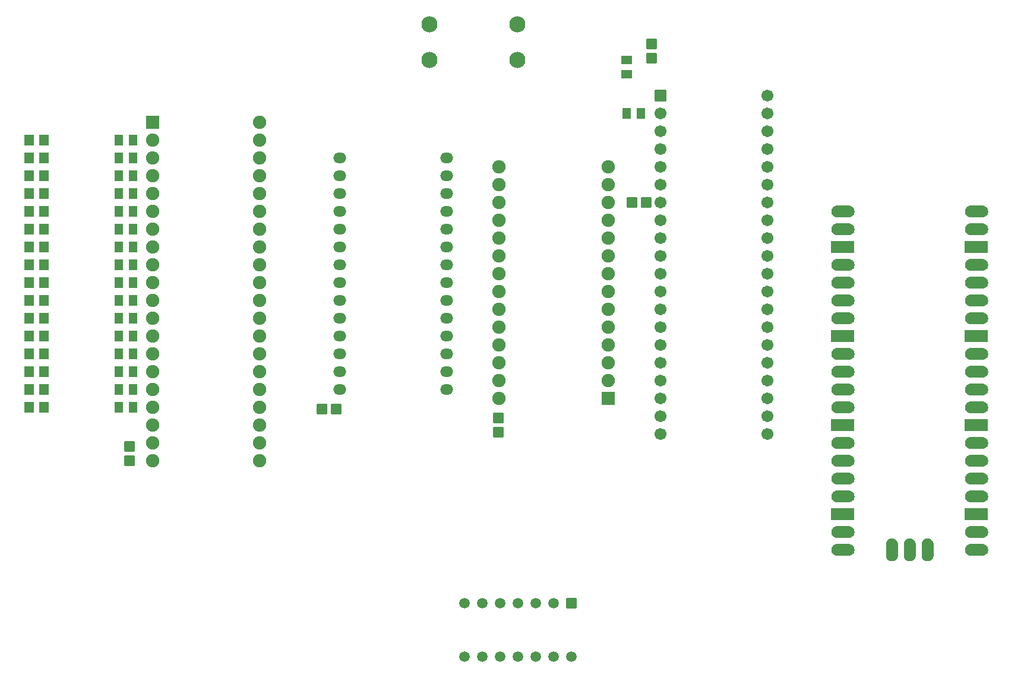
<source format=gts>
G04 Layer: TopSolderMaskLayer*
G04 EasyEDA v6.5.20, 2022-11-28 03:27:33*
G04 a67cddfb3fce44daa9051d46cbbcc19f,10*
G04 Gerber Generator version 0.2*
G04 Scale: 100 percent, Rotated: No, Reflected: No *
G04 Dimensions in inches *
G04 leading zeros omitted , absolute positions ,3 integer and 6 decimal *
%FSLAX36Y36*%
%MOIN*%

%AMMACRO1*1,1,$1,$2,$3*1,1,$1,$4,$5*1,1,$1,0-$2,0-$3*1,1,$1,0-$4,0-$5*20,1,$1,$2,$3,$4,$5,0*20,1,$1,$4,$5,0-$2,0-$3,0*20,1,$1,0-$2,0-$3,0-$4,0-$5,0*20,1,$1,0-$4,0-$5,$2,$3,0*4,1,4,$2,$3,$4,$5,0-$2,0-$3,0-$4,0-$5,$2,$3,0*%
%AMMACRO2*4,1,4,-0.065,-0.0335,-0.065,0.0335,0.065,0.0335,0.065,-0.0335,-0.065,-0.0335,0*%
%ADD10MACRO1,0.004X-0.0278X-0.0266X-0.0278X0.0266*%
%ADD11MACRO1,0.004X0.0278X-0.0266X0.0278X0.0266*%
%ADD12MACRO1,0.004X0.0278X0.0266X0.0278X-0.0266*%
%ADD13MACRO1,0.004X-0.0278X0.0266X-0.0278X-0.0266*%
%ADD14MACRO1,0.004X0.0266X-0.0278X-0.0266X-0.0278*%
%ADD15MACRO1,0.004X0.0266X0.0278X-0.0266X0.0278*%
%ADD16C,0.0906*%
%ADD17MACRO1,0.004X0.0256X-0.0276X-0.0256X-0.0276*%
%ADD18MACRO1,0.004X0.0223X0.0271X0.0223X-0.0271*%
%ADD19MACRO1,0.004X-0.0223X0.0271X-0.0223X-0.0271*%
%ADD20MACRO2*%
%ADD21MACRO1,0.004X0.0271X-0.0223X-0.0271X-0.0223*%
%ADD22MACRO1,0.004X0.0271X0.0223X-0.0271X0.0223*%
%ADD23MACRO1,0.004X0.0275X-0.0275X-0.0275X-0.0275*%
%ADD24C,0.0590*%
%ADD25C,0.0670*%
%ADD26MACRO1,0.004X0.0315X0.0315X0.0315X-0.0315*%
%ADD27O,0.072898X0.059118000000000004*%
%ADD28C,0.0749*%
%ADD29MACRO1,0.004X-0.0354X-0.0354X-0.0354X0.0354*%
%ADD30MACRO1,0.004X0.0354X0.0354X0.0354X-0.0354*%
%ADD31C,0.0192*%

%LPD*%
D10*
G01*
X3919371Y2700000D03*
D11*
G01*
X3840628Y2700000D03*
D12*
G01*
X2100628Y1540000D03*
D13*
G01*
X2179371Y1540000D03*
D14*
G01*
X3090000Y1489371D03*
D15*
G01*
X3090000Y1410628D03*
D14*
G01*
X1020000Y1329371D03*
D15*
G01*
X1020000Y1250628D03*
D16*
G01*
X3196099Y3500000D03*
G01*
X2703900Y3500000D03*
G01*
X3196099Y3700000D03*
G01*
X2703900Y3700000D03*
D17*
G01*
X541349Y2650000D03*
G01*
X458650Y2650000D03*
G01*
X541349Y2550000D03*
G01*
X458650Y2550000D03*
G01*
X541349Y2450000D03*
G01*
X458650Y2450000D03*
G01*
X541349Y2350000D03*
G01*
X458650Y2350000D03*
G01*
X541349Y2250000D03*
G01*
X458650Y2250000D03*
G01*
X541349Y2150000D03*
G01*
X458650Y2150000D03*
G01*
X541349Y2050000D03*
G01*
X458650Y2050000D03*
G01*
X541349Y1950000D03*
G01*
X458650Y1950000D03*
G01*
X541349Y1850000D03*
G01*
X458650Y1850000D03*
G01*
X541349Y1750000D03*
G01*
X458650Y1750000D03*
G01*
X541349Y1650000D03*
G01*
X458650Y1650000D03*
G01*
X541349Y1550000D03*
G01*
X458650Y1550000D03*
D18*
G01*
X960628Y2650000D03*
D19*
G01*
X1039371Y2650000D03*
D18*
G01*
X960628Y2550000D03*
D19*
G01*
X1039371Y2550000D03*
D18*
G01*
X960628Y2450000D03*
D19*
G01*
X1039371Y2450000D03*
D18*
G01*
X960628Y2350000D03*
D19*
G01*
X1039371Y2350000D03*
D18*
G01*
X960628Y2250000D03*
D19*
G01*
X1039371Y2250000D03*
D18*
G01*
X960628Y2150000D03*
D19*
G01*
X1039371Y2150000D03*
D18*
G01*
X960628Y2050000D03*
D19*
G01*
X1039371Y2050000D03*
D18*
G01*
X960628Y1950000D03*
D19*
G01*
X1039371Y1950000D03*
D18*
G01*
X960628Y1850000D03*
D19*
G01*
X1039371Y1850000D03*
D18*
G01*
X960628Y1750000D03*
D19*
G01*
X1039371Y1750000D03*
D18*
G01*
X960628Y1650000D03*
D19*
G01*
X1039371Y1650000D03*
D18*
G01*
X960628Y1550000D03*
D19*
G01*
X1039371Y1550000D03*
G36*
X5743400Y2616500D02*
G01*
X5739499Y2616700D01*
X5735500Y2617500D01*
X5731599Y2618699D01*
X5727900Y2620300D01*
X5724499Y2622399D01*
X5721300Y2624899D01*
X5718400Y2627800D01*
X5715900Y2630999D01*
X5713800Y2634400D01*
X5712200Y2638099D01*
X5711000Y2641999D01*
X5710299Y2645999D01*
X5710000Y2650000D01*
X5710299Y2654000D01*
X5711000Y2658000D01*
X5712200Y2661900D01*
X5713800Y2665599D01*
X5715900Y2669000D01*
X5718400Y2672199D01*
X5721300Y2675100D01*
X5724499Y2677600D01*
X5727900Y2679699D01*
X5731599Y2681300D01*
X5735500Y2682500D01*
X5739499Y2683200D01*
X5743400Y2683499D01*
X5806599Y2683499D01*
X5810500Y2683200D01*
X5814499Y2682500D01*
X5818400Y2681300D01*
X5822100Y2679699D01*
X5825500Y2677600D01*
X5828699Y2675100D01*
X5831599Y2672199D01*
X5834099Y2669000D01*
X5836199Y2665599D01*
X5837799Y2661900D01*
X5838999Y2658000D01*
X5839700Y2654000D01*
X5840000Y2650000D01*
X5839700Y2645999D01*
X5838999Y2641999D01*
X5837799Y2638099D01*
X5836199Y2634400D01*
X5834099Y2630999D01*
X5831599Y2627800D01*
X5828699Y2624899D01*
X5825500Y2622399D01*
X5822100Y2620300D01*
X5818400Y2618699D01*
X5814499Y2617500D01*
X5810500Y2616700D01*
X5806599Y2616500D01*
G37*
G36*
X5743400Y2516500D02*
G01*
X5739499Y2516700D01*
X5735500Y2517500D01*
X5731599Y2518699D01*
X5727900Y2520300D01*
X5724499Y2522399D01*
X5721300Y2524899D01*
X5718400Y2527800D01*
X5715900Y2530999D01*
X5713800Y2534400D01*
X5712200Y2538099D01*
X5711000Y2541999D01*
X5710299Y2545999D01*
X5710000Y2550000D01*
X5710299Y2554000D01*
X5711000Y2558000D01*
X5712200Y2561900D01*
X5713800Y2565599D01*
X5715900Y2569000D01*
X5718400Y2572199D01*
X5721300Y2575100D01*
X5724499Y2577600D01*
X5727900Y2579699D01*
X5731599Y2581300D01*
X5735500Y2582500D01*
X5739499Y2583200D01*
X5743400Y2583499D01*
X5806599Y2583499D01*
X5810500Y2583200D01*
X5814499Y2582500D01*
X5818400Y2581300D01*
X5822100Y2579699D01*
X5825500Y2577600D01*
X5828699Y2575100D01*
X5831599Y2572199D01*
X5834099Y2569000D01*
X5836199Y2565599D01*
X5837799Y2561900D01*
X5838999Y2558000D01*
X5839700Y2554000D01*
X5840000Y2550000D01*
X5839700Y2545999D01*
X5838999Y2541999D01*
X5837799Y2538099D01*
X5836199Y2534400D01*
X5834099Y2530999D01*
X5831599Y2527800D01*
X5828699Y2524899D01*
X5825500Y2522399D01*
X5822100Y2520300D01*
X5818400Y2518699D01*
X5814499Y2517500D01*
X5810500Y2516700D01*
X5806599Y2516500D01*
G37*
D20*
G01*
X5775000Y2450000D03*
G36*
X5743400Y2316500D02*
G01*
X5739499Y2316700D01*
X5735500Y2317500D01*
X5731599Y2318699D01*
X5727900Y2320300D01*
X5724499Y2322399D01*
X5721300Y2324899D01*
X5718400Y2327800D01*
X5715900Y2330999D01*
X5713800Y2334400D01*
X5712200Y2338099D01*
X5711000Y2341999D01*
X5710299Y2345999D01*
X5710000Y2350000D01*
X5710299Y2354000D01*
X5711000Y2358000D01*
X5712200Y2361900D01*
X5713800Y2365599D01*
X5715900Y2369000D01*
X5718400Y2372199D01*
X5721300Y2375100D01*
X5724499Y2377600D01*
X5727900Y2379699D01*
X5731599Y2381300D01*
X5735500Y2382500D01*
X5739499Y2383299D01*
X5743400Y2383499D01*
X5806599Y2383499D01*
X5810500Y2383299D01*
X5814499Y2382500D01*
X5818400Y2381300D01*
X5822100Y2379699D01*
X5825500Y2377600D01*
X5828699Y2375100D01*
X5831599Y2372199D01*
X5834099Y2369000D01*
X5836199Y2365599D01*
X5837799Y2361900D01*
X5838999Y2358000D01*
X5839700Y2354000D01*
X5840000Y2350000D01*
X5839700Y2345999D01*
X5838999Y2341999D01*
X5837799Y2338099D01*
X5836199Y2334400D01*
X5834099Y2330999D01*
X5831599Y2327800D01*
X5828699Y2324899D01*
X5825500Y2322399D01*
X5822100Y2320300D01*
X5818400Y2318699D01*
X5814499Y2317500D01*
X5810500Y2316700D01*
X5806599Y2316500D01*
G37*
G36*
X5743400Y2216500D02*
G01*
X5739499Y2216700D01*
X5735500Y2217500D01*
X5731599Y2218699D01*
X5727900Y2220300D01*
X5724499Y2222399D01*
X5721300Y2224899D01*
X5718400Y2227800D01*
X5715900Y2230999D01*
X5713800Y2234400D01*
X5712200Y2238099D01*
X5711000Y2241999D01*
X5710299Y2245999D01*
X5710000Y2250000D01*
X5710299Y2254000D01*
X5711000Y2258000D01*
X5712200Y2261900D01*
X5713800Y2265599D01*
X5715900Y2269000D01*
X5718400Y2272199D01*
X5721300Y2275100D01*
X5724499Y2277600D01*
X5727900Y2279699D01*
X5731599Y2281300D01*
X5735500Y2282500D01*
X5739499Y2283299D01*
X5743400Y2283499D01*
X5806599Y2283499D01*
X5810500Y2283299D01*
X5814499Y2282500D01*
X5818400Y2281300D01*
X5822100Y2279699D01*
X5825500Y2277600D01*
X5828699Y2275100D01*
X5831599Y2272199D01*
X5834099Y2269000D01*
X5836199Y2265599D01*
X5837799Y2261900D01*
X5838999Y2258000D01*
X5839700Y2254000D01*
X5840000Y2250000D01*
X5839700Y2245999D01*
X5838999Y2241999D01*
X5837799Y2238099D01*
X5836199Y2234400D01*
X5834099Y2230999D01*
X5831599Y2227800D01*
X5828699Y2224899D01*
X5825500Y2222399D01*
X5822100Y2220300D01*
X5818400Y2218699D01*
X5814499Y2217500D01*
X5810500Y2216700D01*
X5806599Y2216500D01*
G37*
G36*
X5743400Y2116500D02*
G01*
X5739499Y2116700D01*
X5735500Y2117500D01*
X5731599Y2118699D01*
X5727900Y2120300D01*
X5724499Y2122399D01*
X5721300Y2124899D01*
X5718400Y2127800D01*
X5715900Y2130999D01*
X5713800Y2134400D01*
X5712200Y2138099D01*
X5711000Y2141999D01*
X5710299Y2145999D01*
X5710000Y2150000D01*
X5710299Y2154000D01*
X5711000Y2158000D01*
X5712200Y2161900D01*
X5713800Y2165599D01*
X5715900Y2169000D01*
X5718400Y2172199D01*
X5721300Y2175100D01*
X5724499Y2177600D01*
X5727900Y2179699D01*
X5731599Y2181300D01*
X5735500Y2182500D01*
X5739499Y2183299D01*
X5743400Y2183499D01*
X5806599Y2183499D01*
X5810500Y2183299D01*
X5814499Y2182500D01*
X5818400Y2181300D01*
X5822100Y2179699D01*
X5825500Y2177600D01*
X5828699Y2175100D01*
X5831599Y2172199D01*
X5834099Y2169000D01*
X5836199Y2165599D01*
X5837799Y2161900D01*
X5838999Y2158000D01*
X5839700Y2154000D01*
X5840000Y2150000D01*
X5839700Y2145999D01*
X5838999Y2141999D01*
X5837799Y2138099D01*
X5836199Y2134400D01*
X5834099Y2130999D01*
X5831599Y2127800D01*
X5828699Y2124899D01*
X5825500Y2122399D01*
X5822100Y2120300D01*
X5818400Y2118699D01*
X5814499Y2117500D01*
X5810500Y2116700D01*
X5806599Y2116500D01*
G37*
G36*
X5743400Y2016500D02*
G01*
X5739499Y2016700D01*
X5735500Y2017500D01*
X5731599Y2018699D01*
X5727900Y2020300D01*
X5724499Y2022399D01*
X5721300Y2024899D01*
X5718400Y2027800D01*
X5715900Y2030999D01*
X5713800Y2034400D01*
X5712200Y2038099D01*
X5711000Y2041999D01*
X5710299Y2045999D01*
X5710000Y2050000D01*
X5710299Y2054000D01*
X5711000Y2058000D01*
X5712200Y2061900D01*
X5713800Y2065599D01*
X5715900Y2069000D01*
X5718400Y2072199D01*
X5721300Y2075100D01*
X5724499Y2077600D01*
X5727900Y2079699D01*
X5731599Y2081300D01*
X5735500Y2082500D01*
X5739499Y2083299D01*
X5743400Y2083499D01*
X5806599Y2083499D01*
X5810500Y2083299D01*
X5814499Y2082500D01*
X5818400Y2081300D01*
X5822100Y2079699D01*
X5825500Y2077600D01*
X5828699Y2075100D01*
X5831599Y2072199D01*
X5834099Y2069000D01*
X5836199Y2065599D01*
X5837799Y2061900D01*
X5838999Y2058000D01*
X5839700Y2054000D01*
X5840000Y2050000D01*
X5839700Y2045999D01*
X5838999Y2041999D01*
X5837799Y2038099D01*
X5836199Y2034400D01*
X5834099Y2030999D01*
X5831599Y2027800D01*
X5828699Y2024899D01*
X5825500Y2022399D01*
X5822100Y2020300D01*
X5818400Y2018699D01*
X5814499Y2017500D01*
X5810500Y2016700D01*
X5806599Y2016500D01*
G37*
G01*
X5775000Y1950000D03*
G36*
X5743400Y1816500D02*
G01*
X5739499Y1816700D01*
X5735500Y1817500D01*
X5731599Y1818699D01*
X5727900Y1820300D01*
X5724499Y1822399D01*
X5721300Y1824899D01*
X5718400Y1827800D01*
X5715900Y1830999D01*
X5713800Y1834400D01*
X5712200Y1838099D01*
X5711000Y1841999D01*
X5710299Y1845999D01*
X5710000Y1850000D01*
X5710299Y1854000D01*
X5711000Y1858000D01*
X5712200Y1861900D01*
X5713800Y1865599D01*
X5715900Y1869000D01*
X5718400Y1872199D01*
X5721300Y1875100D01*
X5724499Y1877600D01*
X5727900Y1879699D01*
X5731599Y1881300D01*
X5735500Y1882500D01*
X5739499Y1883299D01*
X5743400Y1883499D01*
X5806599Y1883499D01*
X5810500Y1883299D01*
X5814499Y1882500D01*
X5818400Y1881300D01*
X5822100Y1879699D01*
X5825500Y1877600D01*
X5828699Y1875100D01*
X5831599Y1872199D01*
X5834099Y1869000D01*
X5836199Y1865599D01*
X5837799Y1861900D01*
X5838999Y1858000D01*
X5839700Y1854000D01*
X5840000Y1850000D01*
X5839700Y1845999D01*
X5838999Y1841999D01*
X5837799Y1838099D01*
X5836199Y1834400D01*
X5834099Y1830999D01*
X5831599Y1827800D01*
X5828699Y1824899D01*
X5825500Y1822399D01*
X5822100Y1820300D01*
X5818400Y1818699D01*
X5814499Y1817500D01*
X5810500Y1816700D01*
X5806599Y1816500D01*
G37*
G36*
X5743400Y1716500D02*
G01*
X5739499Y1716700D01*
X5735500Y1717500D01*
X5731599Y1718699D01*
X5727900Y1720300D01*
X5724499Y1722399D01*
X5721300Y1724899D01*
X5718400Y1727800D01*
X5715900Y1730999D01*
X5713800Y1734400D01*
X5712200Y1738099D01*
X5711000Y1741999D01*
X5710299Y1745999D01*
X5710000Y1750000D01*
X5710299Y1754000D01*
X5711000Y1758000D01*
X5712200Y1761900D01*
X5713800Y1765599D01*
X5715900Y1769000D01*
X5718400Y1772199D01*
X5721300Y1775100D01*
X5724499Y1777600D01*
X5727900Y1779699D01*
X5731599Y1781300D01*
X5735500Y1782500D01*
X5739499Y1783299D01*
X5743400Y1783499D01*
X5806599Y1783499D01*
X5810500Y1783299D01*
X5814499Y1782500D01*
X5818400Y1781300D01*
X5822100Y1779699D01*
X5825500Y1777600D01*
X5828699Y1775100D01*
X5831599Y1772199D01*
X5834099Y1769000D01*
X5836199Y1765599D01*
X5837799Y1761900D01*
X5838999Y1758000D01*
X5839700Y1754000D01*
X5840000Y1750000D01*
X5839700Y1745999D01*
X5838999Y1741999D01*
X5837799Y1738099D01*
X5836199Y1734400D01*
X5834099Y1730999D01*
X5831599Y1727800D01*
X5828699Y1724899D01*
X5825500Y1722399D01*
X5822100Y1720300D01*
X5818400Y1718699D01*
X5814499Y1717500D01*
X5810500Y1716700D01*
X5806599Y1716500D01*
G37*
G36*
X5743400Y1616500D02*
G01*
X5739499Y1616700D01*
X5735500Y1617500D01*
X5731599Y1618699D01*
X5727900Y1620300D01*
X5724499Y1622399D01*
X5721300Y1624899D01*
X5718400Y1627800D01*
X5715900Y1630999D01*
X5713800Y1634400D01*
X5712200Y1638099D01*
X5711000Y1641999D01*
X5710299Y1645999D01*
X5710000Y1650000D01*
X5710299Y1654000D01*
X5711000Y1658000D01*
X5712200Y1661900D01*
X5713800Y1665599D01*
X5715900Y1669000D01*
X5718400Y1672199D01*
X5721300Y1675100D01*
X5724499Y1677600D01*
X5727900Y1679699D01*
X5731599Y1681300D01*
X5735500Y1682500D01*
X5739499Y1683299D01*
X5743400Y1683499D01*
X5806599Y1683499D01*
X5810500Y1683299D01*
X5814499Y1682500D01*
X5818400Y1681300D01*
X5822100Y1679699D01*
X5825500Y1677600D01*
X5828699Y1675100D01*
X5831599Y1672199D01*
X5834099Y1669000D01*
X5836199Y1665599D01*
X5837799Y1661900D01*
X5838999Y1658000D01*
X5839700Y1654000D01*
X5840000Y1650000D01*
X5839700Y1645999D01*
X5838999Y1641999D01*
X5837799Y1638099D01*
X5836199Y1634400D01*
X5834099Y1630999D01*
X5831599Y1627800D01*
X5828699Y1624899D01*
X5825500Y1622399D01*
X5822100Y1620300D01*
X5818400Y1618699D01*
X5814499Y1617500D01*
X5810500Y1616700D01*
X5806599Y1616500D01*
G37*
G36*
X5743400Y1516500D02*
G01*
X5739499Y1516700D01*
X5735500Y1517500D01*
X5731599Y1518699D01*
X5727900Y1520300D01*
X5724499Y1522399D01*
X5721300Y1524899D01*
X5718400Y1527800D01*
X5715900Y1530999D01*
X5713800Y1534400D01*
X5712200Y1538099D01*
X5711000Y1541999D01*
X5710299Y1545999D01*
X5710000Y1550000D01*
X5710299Y1554000D01*
X5711000Y1558000D01*
X5712200Y1561900D01*
X5713800Y1565599D01*
X5715900Y1569000D01*
X5718400Y1572199D01*
X5721300Y1575100D01*
X5724499Y1577600D01*
X5727900Y1579699D01*
X5731599Y1581300D01*
X5735500Y1582500D01*
X5739499Y1583299D01*
X5743400Y1583499D01*
X5806599Y1583499D01*
X5810500Y1583299D01*
X5814499Y1582500D01*
X5818400Y1581300D01*
X5822100Y1579699D01*
X5825500Y1577600D01*
X5828699Y1575100D01*
X5831599Y1572199D01*
X5834099Y1569000D01*
X5836199Y1565599D01*
X5837799Y1561900D01*
X5838999Y1558000D01*
X5839700Y1554000D01*
X5840000Y1550000D01*
X5839700Y1545999D01*
X5838999Y1541999D01*
X5837799Y1538099D01*
X5836199Y1534400D01*
X5834099Y1530999D01*
X5831599Y1527800D01*
X5828699Y1524899D01*
X5825500Y1522399D01*
X5822100Y1520300D01*
X5818400Y1518699D01*
X5814499Y1517500D01*
X5810500Y1516700D01*
X5806599Y1516500D01*
G37*
G01*
X5775000Y1450000D03*
G36*
X5743400Y1316500D02*
G01*
X5739499Y1316700D01*
X5735500Y1317500D01*
X5731599Y1318699D01*
X5727900Y1320300D01*
X5724499Y1322399D01*
X5721300Y1324899D01*
X5718400Y1327800D01*
X5715900Y1330999D01*
X5713800Y1334400D01*
X5712200Y1338099D01*
X5711000Y1341999D01*
X5710299Y1345999D01*
X5710000Y1350000D01*
X5710299Y1354000D01*
X5711000Y1358000D01*
X5712200Y1361900D01*
X5713800Y1365599D01*
X5715900Y1369000D01*
X5718400Y1372199D01*
X5721300Y1375100D01*
X5724499Y1377600D01*
X5727900Y1379699D01*
X5731599Y1381300D01*
X5735500Y1382500D01*
X5739499Y1383299D01*
X5743400Y1383499D01*
X5806599Y1383499D01*
X5810500Y1383299D01*
X5814499Y1382500D01*
X5818400Y1381300D01*
X5822100Y1379699D01*
X5825500Y1377600D01*
X5828699Y1375100D01*
X5831599Y1372199D01*
X5834099Y1369000D01*
X5836199Y1365599D01*
X5837799Y1361900D01*
X5838999Y1358000D01*
X5839700Y1354000D01*
X5840000Y1350000D01*
X5839700Y1345999D01*
X5838999Y1341999D01*
X5837799Y1338099D01*
X5836199Y1334400D01*
X5834099Y1330999D01*
X5831599Y1327800D01*
X5828699Y1324899D01*
X5825500Y1322399D01*
X5822100Y1320300D01*
X5818400Y1318699D01*
X5814499Y1317500D01*
X5810500Y1316700D01*
X5806599Y1316500D01*
G37*
G36*
X5743400Y1216500D02*
G01*
X5739499Y1216700D01*
X5735500Y1217500D01*
X5731599Y1218699D01*
X5727900Y1220300D01*
X5724499Y1222399D01*
X5721300Y1224899D01*
X5718400Y1227800D01*
X5715900Y1230999D01*
X5713800Y1234400D01*
X5712200Y1238099D01*
X5711000Y1241999D01*
X5710299Y1245999D01*
X5710000Y1250000D01*
X5710299Y1254000D01*
X5711000Y1258000D01*
X5712200Y1261900D01*
X5713800Y1265599D01*
X5715900Y1269000D01*
X5718400Y1272199D01*
X5721300Y1275100D01*
X5724499Y1277600D01*
X5727900Y1279699D01*
X5731599Y1281300D01*
X5735500Y1282500D01*
X5739499Y1283299D01*
X5743400Y1283499D01*
X5806599Y1283499D01*
X5810500Y1283299D01*
X5814499Y1282500D01*
X5818400Y1281300D01*
X5822100Y1279699D01*
X5825500Y1277600D01*
X5828699Y1275100D01*
X5831599Y1272199D01*
X5834099Y1269000D01*
X5836199Y1265599D01*
X5837799Y1261900D01*
X5838999Y1258000D01*
X5839700Y1254000D01*
X5840000Y1250000D01*
X5839700Y1245999D01*
X5838999Y1241999D01*
X5837799Y1238099D01*
X5836199Y1234400D01*
X5834099Y1230999D01*
X5831599Y1227800D01*
X5828699Y1224899D01*
X5825500Y1222399D01*
X5822100Y1220300D01*
X5818400Y1218699D01*
X5814499Y1217500D01*
X5810500Y1216700D01*
X5806599Y1216500D01*
G37*
G36*
X5743400Y1116500D02*
G01*
X5739499Y1116700D01*
X5735500Y1117500D01*
X5731599Y1118699D01*
X5727900Y1120300D01*
X5724499Y1122399D01*
X5721300Y1124899D01*
X5718400Y1127800D01*
X5715900Y1130999D01*
X5713800Y1134400D01*
X5712200Y1138099D01*
X5711000Y1141999D01*
X5710299Y1145999D01*
X5710000Y1150000D01*
X5710299Y1154000D01*
X5711000Y1158000D01*
X5712200Y1161900D01*
X5713800Y1165599D01*
X5715900Y1169000D01*
X5718400Y1172199D01*
X5721300Y1175100D01*
X5724499Y1177600D01*
X5727900Y1179699D01*
X5731599Y1181300D01*
X5735500Y1182500D01*
X5739499Y1183299D01*
X5743400Y1183499D01*
X5806599Y1183499D01*
X5810500Y1183299D01*
X5814499Y1182500D01*
X5818400Y1181300D01*
X5822100Y1179699D01*
X5825500Y1177600D01*
X5828699Y1175100D01*
X5831599Y1172199D01*
X5834099Y1169000D01*
X5836199Y1165599D01*
X5837799Y1161900D01*
X5838999Y1158000D01*
X5839700Y1154000D01*
X5840000Y1150000D01*
X5839700Y1145999D01*
X5838999Y1141999D01*
X5837799Y1138099D01*
X5836199Y1134400D01*
X5834099Y1130999D01*
X5831599Y1127800D01*
X5828699Y1124899D01*
X5825500Y1122399D01*
X5822100Y1120300D01*
X5818400Y1118699D01*
X5814499Y1117500D01*
X5810500Y1116700D01*
X5806599Y1116500D01*
G37*
G36*
X5743400Y1016500D02*
G01*
X5739499Y1016700D01*
X5735500Y1017500D01*
X5731599Y1018699D01*
X5727900Y1020300D01*
X5724499Y1022399D01*
X5721300Y1024899D01*
X5718400Y1027800D01*
X5715900Y1030999D01*
X5713800Y1034400D01*
X5712200Y1038099D01*
X5711000Y1041999D01*
X5710299Y1045999D01*
X5710000Y1050000D01*
X5710299Y1054000D01*
X5711000Y1058000D01*
X5712200Y1061900D01*
X5713800Y1065599D01*
X5715900Y1069000D01*
X5718400Y1072199D01*
X5721300Y1075100D01*
X5724499Y1077600D01*
X5727900Y1079699D01*
X5731599Y1081300D01*
X5735500Y1082500D01*
X5739499Y1083299D01*
X5743400Y1083499D01*
X5806599Y1083499D01*
X5810500Y1083299D01*
X5814499Y1082500D01*
X5818400Y1081300D01*
X5822100Y1079699D01*
X5825500Y1077600D01*
X5828699Y1075100D01*
X5831599Y1072199D01*
X5834099Y1069000D01*
X5836199Y1065599D01*
X5837799Y1061900D01*
X5838999Y1058000D01*
X5839700Y1054000D01*
X5840000Y1050000D01*
X5839700Y1045999D01*
X5838999Y1041999D01*
X5837799Y1038099D01*
X5836199Y1034400D01*
X5834099Y1030999D01*
X5831599Y1027800D01*
X5828699Y1024899D01*
X5825500Y1022399D01*
X5822100Y1020300D01*
X5818400Y1018699D01*
X5814499Y1017500D01*
X5810500Y1016700D01*
X5806599Y1016500D01*
G37*
G01*
X5775000Y950000D03*
G36*
X5743400Y816500D02*
G01*
X5739499Y816799D01*
X5735500Y817500D01*
X5731599Y818699D01*
X5727900Y820300D01*
X5724499Y822399D01*
X5721300Y824899D01*
X5718400Y827800D01*
X5715900Y830999D01*
X5713800Y834400D01*
X5712200Y838099D01*
X5711000Y841999D01*
X5710299Y845999D01*
X5710000Y850000D01*
X5710299Y854000D01*
X5711000Y858000D01*
X5712200Y861900D01*
X5713800Y865599D01*
X5715900Y869000D01*
X5718400Y872199D01*
X5721300Y875100D01*
X5724499Y877600D01*
X5727900Y879699D01*
X5731599Y881300D01*
X5735500Y882500D01*
X5739499Y883299D01*
X5743400Y883499D01*
X5806599Y883499D01*
X5810500Y883299D01*
X5814499Y882500D01*
X5818400Y881300D01*
X5822100Y879699D01*
X5825500Y877600D01*
X5828699Y875100D01*
X5831599Y872199D01*
X5834099Y869000D01*
X5836199Y865599D01*
X5837799Y861900D01*
X5838999Y858000D01*
X5839700Y854000D01*
X5840000Y850000D01*
X5839700Y845999D01*
X5838999Y841999D01*
X5837799Y838099D01*
X5836199Y834400D01*
X5834099Y830999D01*
X5831599Y827800D01*
X5828699Y824899D01*
X5825500Y822399D01*
X5822100Y820300D01*
X5818400Y818699D01*
X5814499Y817500D01*
X5810500Y816799D01*
X5806599Y816500D01*
G37*
G36*
X5743400Y716500D02*
G01*
X5739499Y716799D01*
X5735500Y717500D01*
X5731599Y718699D01*
X5727900Y720300D01*
X5724499Y722399D01*
X5721300Y724899D01*
X5718400Y727800D01*
X5715900Y730999D01*
X5713800Y734400D01*
X5712200Y738099D01*
X5711000Y741999D01*
X5710299Y745999D01*
X5710000Y750000D01*
X5710299Y754000D01*
X5711000Y758000D01*
X5712200Y761900D01*
X5713800Y765599D01*
X5715900Y769000D01*
X5718400Y772199D01*
X5721300Y775100D01*
X5724499Y777600D01*
X5727900Y779699D01*
X5731599Y781300D01*
X5735500Y782500D01*
X5739499Y783299D01*
X5743400Y783499D01*
X5806599Y783499D01*
X5810500Y783299D01*
X5814499Y782500D01*
X5818400Y781300D01*
X5822100Y779699D01*
X5825500Y777600D01*
X5828699Y775100D01*
X5831599Y772199D01*
X5834099Y769000D01*
X5836199Y765599D01*
X5837799Y761900D01*
X5838999Y758000D01*
X5839700Y754000D01*
X5840000Y750000D01*
X5839700Y745999D01*
X5838999Y741999D01*
X5837799Y738099D01*
X5836199Y734400D01*
X5834099Y730999D01*
X5831599Y727800D01*
X5828699Y724899D01*
X5825500Y722399D01*
X5822100Y720300D01*
X5818400Y718699D01*
X5814499Y717500D01*
X5810500Y716799D01*
X5806599Y716500D01*
G37*
G36*
X4993400Y716500D02*
G01*
X4989499Y716799D01*
X4985500Y717500D01*
X4981599Y718699D01*
X4977900Y720300D01*
X4974499Y722399D01*
X4971300Y724899D01*
X4968400Y727800D01*
X4965900Y730999D01*
X4963800Y734400D01*
X4962200Y738099D01*
X4961000Y741999D01*
X4960299Y745999D01*
X4960000Y750000D01*
X4960299Y754000D01*
X4961000Y758000D01*
X4962200Y761900D01*
X4963800Y765599D01*
X4965900Y769000D01*
X4968400Y772199D01*
X4971300Y775100D01*
X4974499Y777600D01*
X4977900Y779699D01*
X4981599Y781300D01*
X4985500Y782500D01*
X4989499Y783299D01*
X4993400Y783499D01*
X5056599Y783499D01*
X5060500Y783299D01*
X5064499Y782500D01*
X5068400Y781300D01*
X5072100Y779699D01*
X5075500Y777600D01*
X5078699Y775100D01*
X5081599Y772199D01*
X5084099Y769000D01*
X5086199Y765599D01*
X5087799Y761900D01*
X5088999Y758000D01*
X5089700Y754000D01*
X5090000Y750000D01*
X5089700Y745999D01*
X5088999Y741999D01*
X5087799Y738099D01*
X5086199Y734400D01*
X5084099Y730999D01*
X5081599Y727800D01*
X5078699Y724899D01*
X5075500Y722399D01*
X5072100Y720300D01*
X5068400Y718699D01*
X5064499Y717500D01*
X5060500Y716799D01*
X5056599Y716500D01*
G37*
G36*
X4993400Y816500D02*
G01*
X4989499Y816799D01*
X4985500Y817500D01*
X4981599Y818699D01*
X4977900Y820300D01*
X4974499Y822399D01*
X4971300Y824899D01*
X4968400Y827800D01*
X4965900Y830999D01*
X4963800Y834400D01*
X4962200Y838099D01*
X4961000Y841999D01*
X4960299Y845999D01*
X4960000Y850000D01*
X4960299Y854000D01*
X4961000Y858000D01*
X4962200Y861900D01*
X4963800Y865599D01*
X4965900Y869000D01*
X4968400Y872199D01*
X4971300Y875100D01*
X4974499Y877600D01*
X4977900Y879699D01*
X4981599Y881300D01*
X4985500Y882500D01*
X4989499Y883299D01*
X4993400Y883499D01*
X5056599Y883499D01*
X5060500Y883299D01*
X5064499Y882500D01*
X5068400Y881300D01*
X5072100Y879699D01*
X5075500Y877600D01*
X5078699Y875100D01*
X5081599Y872199D01*
X5084099Y869000D01*
X5086199Y865599D01*
X5087799Y861900D01*
X5088999Y858000D01*
X5089700Y854000D01*
X5090000Y850000D01*
X5089700Y845999D01*
X5088999Y841999D01*
X5087799Y838099D01*
X5086199Y834400D01*
X5084099Y830999D01*
X5081599Y827800D01*
X5078699Y824899D01*
X5075500Y822399D01*
X5072100Y820300D01*
X5068400Y818699D01*
X5064499Y817500D01*
X5060500Y816799D01*
X5056599Y816500D01*
G37*
G01*
X5025000Y950000D03*
G36*
X4993400Y1016500D02*
G01*
X4989499Y1016700D01*
X4985500Y1017500D01*
X4981599Y1018699D01*
X4977900Y1020300D01*
X4974499Y1022399D01*
X4971300Y1024899D01*
X4968400Y1027800D01*
X4965900Y1030999D01*
X4963800Y1034400D01*
X4962200Y1038099D01*
X4961000Y1041999D01*
X4960299Y1045999D01*
X4960000Y1050000D01*
X4960299Y1054000D01*
X4961000Y1058000D01*
X4962200Y1061900D01*
X4963800Y1065599D01*
X4965900Y1069000D01*
X4968400Y1072199D01*
X4971300Y1075100D01*
X4974499Y1077600D01*
X4977900Y1079699D01*
X4981599Y1081300D01*
X4985500Y1082500D01*
X4989499Y1083299D01*
X4993400Y1083499D01*
X5056599Y1083499D01*
X5060500Y1083299D01*
X5064499Y1082500D01*
X5068400Y1081300D01*
X5072100Y1079699D01*
X5075500Y1077600D01*
X5078699Y1075100D01*
X5081599Y1072199D01*
X5084099Y1069000D01*
X5086199Y1065599D01*
X5087799Y1061900D01*
X5088999Y1058000D01*
X5089700Y1054000D01*
X5090000Y1050000D01*
X5089700Y1045999D01*
X5088999Y1041999D01*
X5087799Y1038099D01*
X5086199Y1034400D01*
X5084099Y1030999D01*
X5081599Y1027800D01*
X5078699Y1024899D01*
X5075500Y1022399D01*
X5072100Y1020300D01*
X5068400Y1018699D01*
X5064499Y1017500D01*
X5060500Y1016700D01*
X5056599Y1016500D01*
G37*
G36*
X4993400Y1116500D02*
G01*
X4989499Y1116700D01*
X4985500Y1117500D01*
X4981599Y1118699D01*
X4977900Y1120300D01*
X4974499Y1122399D01*
X4971300Y1124899D01*
X4968400Y1127800D01*
X4965900Y1130999D01*
X4963800Y1134400D01*
X4962200Y1138099D01*
X4961000Y1141999D01*
X4960299Y1145999D01*
X4960000Y1150000D01*
X4960299Y1154000D01*
X4961000Y1158000D01*
X4962200Y1161900D01*
X4963800Y1165599D01*
X4965900Y1169000D01*
X4968400Y1172199D01*
X4971300Y1175100D01*
X4974499Y1177600D01*
X4977900Y1179699D01*
X4981599Y1181300D01*
X4985500Y1182500D01*
X4989499Y1183299D01*
X4993400Y1183499D01*
X5056599Y1183499D01*
X5060500Y1183299D01*
X5064499Y1182500D01*
X5068400Y1181300D01*
X5072100Y1179699D01*
X5075500Y1177600D01*
X5078699Y1175100D01*
X5081599Y1172199D01*
X5084099Y1169000D01*
X5086199Y1165599D01*
X5087799Y1161900D01*
X5088999Y1158000D01*
X5089700Y1154000D01*
X5090000Y1150000D01*
X5089700Y1145999D01*
X5088999Y1141999D01*
X5087799Y1138099D01*
X5086199Y1134400D01*
X5084099Y1130999D01*
X5081599Y1127800D01*
X5078699Y1124899D01*
X5075500Y1122399D01*
X5072100Y1120300D01*
X5068400Y1118699D01*
X5064499Y1117500D01*
X5060500Y1116700D01*
X5056599Y1116500D01*
G37*
G36*
X4993400Y1216500D02*
G01*
X4989499Y1216700D01*
X4985500Y1217500D01*
X4981599Y1218699D01*
X4977900Y1220300D01*
X4974499Y1222399D01*
X4971300Y1224899D01*
X4968400Y1227800D01*
X4965900Y1230999D01*
X4963800Y1234400D01*
X4962200Y1238099D01*
X4961000Y1241999D01*
X4960299Y1245999D01*
X4960000Y1250000D01*
X4960299Y1254000D01*
X4961000Y1258000D01*
X4962200Y1261900D01*
X4963800Y1265599D01*
X4965900Y1269000D01*
X4968400Y1272199D01*
X4971300Y1275100D01*
X4974499Y1277600D01*
X4977900Y1279699D01*
X4981599Y1281300D01*
X4985500Y1282500D01*
X4989499Y1283299D01*
X4993400Y1283499D01*
X5056599Y1283499D01*
X5060500Y1283299D01*
X5064499Y1282500D01*
X5068400Y1281300D01*
X5072100Y1279699D01*
X5075500Y1277600D01*
X5078699Y1275100D01*
X5081599Y1272199D01*
X5084099Y1269000D01*
X5086199Y1265599D01*
X5087799Y1261900D01*
X5088999Y1258000D01*
X5089700Y1254000D01*
X5090000Y1250000D01*
X5089700Y1245999D01*
X5088999Y1241999D01*
X5087799Y1238099D01*
X5086199Y1234400D01*
X5084099Y1230999D01*
X5081599Y1227800D01*
X5078699Y1224899D01*
X5075500Y1222399D01*
X5072100Y1220300D01*
X5068400Y1218699D01*
X5064499Y1217500D01*
X5060500Y1216700D01*
X5056599Y1216500D01*
G37*
G36*
X4993400Y1316500D02*
G01*
X4989499Y1316700D01*
X4985500Y1317500D01*
X4981599Y1318699D01*
X4977900Y1320300D01*
X4974499Y1322399D01*
X4971300Y1324899D01*
X4968400Y1327800D01*
X4965900Y1330999D01*
X4963800Y1334400D01*
X4962200Y1338099D01*
X4961000Y1341999D01*
X4960299Y1345999D01*
X4960000Y1350000D01*
X4960299Y1354000D01*
X4961000Y1358000D01*
X4962200Y1361900D01*
X4963800Y1365599D01*
X4965900Y1369000D01*
X4968400Y1372199D01*
X4971300Y1375100D01*
X4974499Y1377600D01*
X4977900Y1379699D01*
X4981599Y1381300D01*
X4985500Y1382500D01*
X4989499Y1383299D01*
X4993400Y1383499D01*
X5056599Y1383499D01*
X5060500Y1383299D01*
X5064499Y1382500D01*
X5068400Y1381300D01*
X5072100Y1379699D01*
X5075500Y1377600D01*
X5078699Y1375100D01*
X5081599Y1372199D01*
X5084099Y1369000D01*
X5086199Y1365599D01*
X5087799Y1361900D01*
X5088999Y1358000D01*
X5089700Y1354000D01*
X5090000Y1350000D01*
X5089700Y1345999D01*
X5088999Y1341999D01*
X5087799Y1338099D01*
X5086199Y1334400D01*
X5084099Y1330999D01*
X5081599Y1327800D01*
X5078699Y1324899D01*
X5075500Y1322399D01*
X5072100Y1320300D01*
X5068400Y1318699D01*
X5064499Y1317500D01*
X5060500Y1316700D01*
X5056599Y1316500D01*
G37*
G01*
X5025000Y1450000D03*
G36*
X4993400Y1516500D02*
G01*
X4989499Y1516700D01*
X4985500Y1517500D01*
X4981599Y1518699D01*
X4977900Y1520300D01*
X4974499Y1522399D01*
X4971300Y1524899D01*
X4968400Y1527800D01*
X4965900Y1530999D01*
X4963800Y1534400D01*
X4962200Y1538099D01*
X4961000Y1541999D01*
X4960299Y1545999D01*
X4960000Y1550000D01*
X4960299Y1554000D01*
X4961000Y1558000D01*
X4962200Y1561900D01*
X4963800Y1565599D01*
X4965900Y1569000D01*
X4968400Y1572199D01*
X4971300Y1575100D01*
X4974499Y1577600D01*
X4977900Y1579699D01*
X4981599Y1581300D01*
X4985500Y1582500D01*
X4989499Y1583299D01*
X4993400Y1583499D01*
X5056599Y1583499D01*
X5060500Y1583299D01*
X5064499Y1582500D01*
X5068400Y1581300D01*
X5072100Y1579699D01*
X5075500Y1577600D01*
X5078699Y1575100D01*
X5081599Y1572199D01*
X5084099Y1569000D01*
X5086199Y1565599D01*
X5087799Y1561900D01*
X5088999Y1558000D01*
X5089700Y1554000D01*
X5090000Y1550000D01*
X5089700Y1545999D01*
X5088999Y1541999D01*
X5087799Y1538099D01*
X5086199Y1534400D01*
X5084099Y1530999D01*
X5081599Y1527800D01*
X5078699Y1524899D01*
X5075500Y1522399D01*
X5072100Y1520300D01*
X5068400Y1518699D01*
X5064499Y1517500D01*
X5060500Y1516700D01*
X5056599Y1516500D01*
G37*
G36*
X4993400Y1616500D02*
G01*
X4989499Y1616700D01*
X4985500Y1617500D01*
X4981599Y1618699D01*
X4977900Y1620300D01*
X4974499Y1622399D01*
X4971300Y1624899D01*
X4968400Y1627800D01*
X4965900Y1630999D01*
X4963800Y1634400D01*
X4962200Y1638099D01*
X4961000Y1641999D01*
X4960299Y1645999D01*
X4960000Y1650000D01*
X4960299Y1654000D01*
X4961000Y1658000D01*
X4962200Y1661900D01*
X4963800Y1665599D01*
X4965900Y1669000D01*
X4968400Y1672199D01*
X4971300Y1675100D01*
X4974499Y1677600D01*
X4977900Y1679699D01*
X4981599Y1681300D01*
X4985500Y1682500D01*
X4989499Y1683299D01*
X4993400Y1683499D01*
X5056599Y1683499D01*
X5060500Y1683299D01*
X5064499Y1682500D01*
X5068400Y1681300D01*
X5072100Y1679699D01*
X5075500Y1677600D01*
X5078699Y1675100D01*
X5081599Y1672199D01*
X5084099Y1669000D01*
X5086199Y1665599D01*
X5087799Y1661900D01*
X5088999Y1658000D01*
X5089700Y1654000D01*
X5090000Y1650000D01*
X5089700Y1645999D01*
X5088999Y1641999D01*
X5087799Y1638099D01*
X5086199Y1634400D01*
X5084099Y1630999D01*
X5081599Y1627800D01*
X5078699Y1624899D01*
X5075500Y1622399D01*
X5072100Y1620300D01*
X5068400Y1618699D01*
X5064499Y1617500D01*
X5060500Y1616700D01*
X5056599Y1616500D01*
G37*
G36*
X4993400Y1716500D02*
G01*
X4989499Y1716700D01*
X4985500Y1717500D01*
X4981599Y1718699D01*
X4977900Y1720300D01*
X4974499Y1722399D01*
X4971300Y1724899D01*
X4968400Y1727800D01*
X4965900Y1730999D01*
X4963800Y1734400D01*
X4962200Y1738099D01*
X4961000Y1741999D01*
X4960299Y1745999D01*
X4960000Y1750000D01*
X4960299Y1754000D01*
X4961000Y1758000D01*
X4962200Y1761900D01*
X4963800Y1765599D01*
X4965900Y1769000D01*
X4968400Y1772199D01*
X4971300Y1775100D01*
X4974499Y1777600D01*
X4977900Y1779699D01*
X4981599Y1781300D01*
X4985500Y1782500D01*
X4989499Y1783299D01*
X4993400Y1783499D01*
X5056599Y1783499D01*
X5060500Y1783299D01*
X5064499Y1782500D01*
X5068400Y1781300D01*
X5072100Y1779699D01*
X5075500Y1777600D01*
X5078699Y1775100D01*
X5081599Y1772199D01*
X5084099Y1769000D01*
X5086199Y1765599D01*
X5087799Y1761900D01*
X5088999Y1758000D01*
X5089700Y1754000D01*
X5090000Y1750000D01*
X5089700Y1745999D01*
X5088999Y1741999D01*
X5087799Y1738099D01*
X5086199Y1734400D01*
X5084099Y1730999D01*
X5081599Y1727800D01*
X5078699Y1724899D01*
X5075500Y1722399D01*
X5072100Y1720300D01*
X5068400Y1718699D01*
X5064499Y1717500D01*
X5060500Y1716700D01*
X5056599Y1716500D01*
G37*
G36*
X4993400Y1816500D02*
G01*
X4989499Y1816700D01*
X4985500Y1817500D01*
X4981599Y1818699D01*
X4977900Y1820300D01*
X4974499Y1822399D01*
X4971300Y1824899D01*
X4968400Y1827800D01*
X4965900Y1830999D01*
X4963800Y1834400D01*
X4962200Y1838099D01*
X4961000Y1841999D01*
X4960299Y1845999D01*
X4960000Y1850000D01*
X4960299Y1854000D01*
X4961000Y1858000D01*
X4962200Y1861900D01*
X4963800Y1865599D01*
X4965900Y1869000D01*
X4968400Y1872199D01*
X4971300Y1875100D01*
X4974499Y1877600D01*
X4977900Y1879699D01*
X4981599Y1881300D01*
X4985500Y1882500D01*
X4989499Y1883299D01*
X4993400Y1883499D01*
X5056599Y1883499D01*
X5060500Y1883299D01*
X5064499Y1882500D01*
X5068400Y1881300D01*
X5072100Y1879699D01*
X5075500Y1877600D01*
X5078699Y1875100D01*
X5081599Y1872199D01*
X5084099Y1869000D01*
X5086199Y1865599D01*
X5087799Y1861900D01*
X5088999Y1858000D01*
X5089700Y1854000D01*
X5090000Y1850000D01*
X5089700Y1845999D01*
X5088999Y1841999D01*
X5087799Y1838099D01*
X5086199Y1834400D01*
X5084099Y1830999D01*
X5081599Y1827800D01*
X5078699Y1824899D01*
X5075500Y1822399D01*
X5072100Y1820300D01*
X5068400Y1818699D01*
X5064499Y1817500D01*
X5060500Y1816700D01*
X5056599Y1816500D01*
G37*
G01*
X5025000Y1950000D03*
G36*
X4993400Y2016500D02*
G01*
X4989499Y2016700D01*
X4985500Y2017500D01*
X4981599Y2018699D01*
X4977900Y2020300D01*
X4974499Y2022399D01*
X4971300Y2024899D01*
X4968400Y2027800D01*
X4965900Y2030999D01*
X4963800Y2034400D01*
X4962200Y2038099D01*
X4961000Y2041999D01*
X4960299Y2045999D01*
X4960000Y2050000D01*
X4960299Y2054000D01*
X4961000Y2058000D01*
X4962200Y2061900D01*
X4963800Y2065599D01*
X4965900Y2069000D01*
X4968400Y2072199D01*
X4971300Y2075100D01*
X4974499Y2077600D01*
X4977900Y2079699D01*
X4981599Y2081300D01*
X4985500Y2082500D01*
X4989499Y2083299D01*
X4993400Y2083499D01*
X5056599Y2083499D01*
X5060500Y2083299D01*
X5064499Y2082500D01*
X5068400Y2081300D01*
X5072100Y2079699D01*
X5075500Y2077600D01*
X5078699Y2075100D01*
X5081599Y2072199D01*
X5084099Y2069000D01*
X5086199Y2065599D01*
X5087799Y2061900D01*
X5088999Y2058000D01*
X5089700Y2054000D01*
X5090000Y2050000D01*
X5089700Y2045999D01*
X5088999Y2041999D01*
X5087799Y2038099D01*
X5086199Y2034400D01*
X5084099Y2030999D01*
X5081599Y2027800D01*
X5078699Y2024899D01*
X5075500Y2022399D01*
X5072100Y2020300D01*
X5068400Y2018699D01*
X5064499Y2017500D01*
X5060500Y2016700D01*
X5056599Y2016500D01*
G37*
G36*
X4993400Y2116500D02*
G01*
X4989499Y2116700D01*
X4985500Y2117500D01*
X4981599Y2118699D01*
X4977900Y2120300D01*
X4974499Y2122399D01*
X4971300Y2124899D01*
X4968400Y2127800D01*
X4965900Y2130999D01*
X4963800Y2134400D01*
X4962200Y2138099D01*
X4961000Y2141999D01*
X4960299Y2145999D01*
X4960000Y2150000D01*
X4960299Y2154000D01*
X4961000Y2158000D01*
X4962200Y2161900D01*
X4963800Y2165599D01*
X4965900Y2169000D01*
X4968400Y2172199D01*
X4971300Y2175100D01*
X4974499Y2177600D01*
X4977900Y2179699D01*
X4981599Y2181300D01*
X4985500Y2182500D01*
X4989499Y2183299D01*
X4993400Y2183499D01*
X5056599Y2183499D01*
X5060500Y2183299D01*
X5064499Y2182500D01*
X5068400Y2181300D01*
X5072100Y2179699D01*
X5075500Y2177600D01*
X5078699Y2175100D01*
X5081599Y2172199D01*
X5084099Y2169000D01*
X5086199Y2165599D01*
X5087799Y2161900D01*
X5088999Y2158000D01*
X5089700Y2154000D01*
X5090000Y2150000D01*
X5089700Y2145999D01*
X5088999Y2141999D01*
X5087799Y2138099D01*
X5086199Y2134400D01*
X5084099Y2130999D01*
X5081599Y2127800D01*
X5078699Y2124899D01*
X5075500Y2122399D01*
X5072100Y2120300D01*
X5068400Y2118699D01*
X5064499Y2117500D01*
X5060500Y2116700D01*
X5056599Y2116500D01*
G37*
G36*
X4993400Y2216500D02*
G01*
X4989499Y2216700D01*
X4985500Y2217500D01*
X4981599Y2218699D01*
X4977900Y2220300D01*
X4974499Y2222399D01*
X4971300Y2224899D01*
X4968400Y2227800D01*
X4965900Y2230999D01*
X4963800Y2234400D01*
X4962200Y2238099D01*
X4961000Y2241999D01*
X4960299Y2245999D01*
X4960000Y2250000D01*
X4960299Y2254000D01*
X4961000Y2258000D01*
X4962200Y2261900D01*
X4963800Y2265599D01*
X4965900Y2269000D01*
X4968400Y2272199D01*
X4971300Y2275100D01*
X4974499Y2277600D01*
X4977900Y2279699D01*
X4981599Y2281300D01*
X4985500Y2282500D01*
X4989499Y2283299D01*
X4993400Y2283499D01*
X5056599Y2283499D01*
X5060500Y2283299D01*
X5064499Y2282500D01*
X5068400Y2281300D01*
X5072100Y2279699D01*
X5075500Y2277600D01*
X5078699Y2275100D01*
X5081599Y2272199D01*
X5084099Y2269000D01*
X5086199Y2265599D01*
X5087799Y2261900D01*
X5088999Y2258000D01*
X5089700Y2254000D01*
X5090000Y2250000D01*
X5089700Y2245999D01*
X5088999Y2241999D01*
X5087799Y2238099D01*
X5086199Y2234400D01*
X5084099Y2230999D01*
X5081599Y2227800D01*
X5078699Y2224899D01*
X5075500Y2222399D01*
X5072100Y2220300D01*
X5068400Y2218699D01*
X5064499Y2217500D01*
X5060500Y2216700D01*
X5056599Y2216500D01*
G37*
G36*
X4993400Y2316500D02*
G01*
X4989499Y2316700D01*
X4985500Y2317500D01*
X4981599Y2318699D01*
X4977900Y2320300D01*
X4974499Y2322399D01*
X4971300Y2324899D01*
X4968400Y2327800D01*
X4965900Y2330999D01*
X4963800Y2334400D01*
X4962200Y2338099D01*
X4961000Y2341999D01*
X4960299Y2345999D01*
X4960000Y2350000D01*
X4960299Y2354000D01*
X4961000Y2358000D01*
X4962200Y2361900D01*
X4963800Y2365599D01*
X4965900Y2369000D01*
X4968400Y2372199D01*
X4971300Y2375100D01*
X4974499Y2377600D01*
X4977900Y2379699D01*
X4981599Y2381300D01*
X4985500Y2382500D01*
X4989499Y2383299D01*
X4993400Y2383499D01*
X5056599Y2383499D01*
X5060500Y2383299D01*
X5064499Y2382500D01*
X5068400Y2381300D01*
X5072100Y2379699D01*
X5075500Y2377600D01*
X5078699Y2375100D01*
X5081599Y2372199D01*
X5084099Y2369000D01*
X5086199Y2365599D01*
X5087799Y2361900D01*
X5088999Y2358000D01*
X5089700Y2354000D01*
X5090000Y2350000D01*
X5089700Y2345999D01*
X5088999Y2341999D01*
X5087799Y2338099D01*
X5086199Y2334400D01*
X5084099Y2330999D01*
X5081599Y2327800D01*
X5078699Y2324899D01*
X5075500Y2322399D01*
X5072100Y2320300D01*
X5068400Y2318699D01*
X5064499Y2317500D01*
X5060500Y2316700D01*
X5056599Y2316500D01*
G37*
G01*
X5025000Y2450000D03*
G36*
X4993400Y2516500D02*
G01*
X4989499Y2516700D01*
X4985500Y2517500D01*
X4981599Y2518699D01*
X4977900Y2520300D01*
X4974499Y2522399D01*
X4971300Y2524899D01*
X4968400Y2527800D01*
X4965900Y2530999D01*
X4963800Y2534400D01*
X4962200Y2538099D01*
X4961000Y2541999D01*
X4960299Y2545999D01*
X4960000Y2550000D01*
X4960299Y2554000D01*
X4961000Y2558000D01*
X4962200Y2561900D01*
X4963800Y2565599D01*
X4965900Y2569000D01*
X4968400Y2572199D01*
X4971300Y2575100D01*
X4974499Y2577600D01*
X4977900Y2579699D01*
X4981599Y2581300D01*
X4985500Y2582500D01*
X4989499Y2583200D01*
X4993400Y2583499D01*
X5056599Y2583499D01*
X5060500Y2583200D01*
X5064499Y2582500D01*
X5068400Y2581300D01*
X5072100Y2579699D01*
X5075500Y2577600D01*
X5078699Y2575100D01*
X5081599Y2572199D01*
X5084099Y2569000D01*
X5086199Y2565599D01*
X5087799Y2561900D01*
X5088999Y2558000D01*
X5089700Y2554000D01*
X5090000Y2550000D01*
X5089700Y2545999D01*
X5088999Y2541999D01*
X5087799Y2538099D01*
X5086199Y2534400D01*
X5084099Y2530999D01*
X5081599Y2527800D01*
X5078699Y2524899D01*
X5075500Y2522399D01*
X5072100Y2520300D01*
X5068400Y2518699D01*
X5064499Y2517500D01*
X5060500Y2516700D01*
X5056599Y2516500D01*
G37*
G36*
X4993400Y2616500D02*
G01*
X4989499Y2616700D01*
X4985500Y2617500D01*
X4981599Y2618699D01*
X4977900Y2620300D01*
X4974499Y2622399D01*
X4971300Y2624899D01*
X4968400Y2627800D01*
X4965900Y2630999D01*
X4963800Y2634400D01*
X4962200Y2638099D01*
X4961000Y2641999D01*
X4960299Y2645999D01*
X4960000Y2650000D01*
X4960299Y2654000D01*
X4961000Y2658000D01*
X4962200Y2661900D01*
X4963800Y2665599D01*
X4965900Y2669000D01*
X4968400Y2672199D01*
X4971300Y2675100D01*
X4974499Y2677600D01*
X4977900Y2679699D01*
X4981599Y2681300D01*
X4985500Y2682500D01*
X4989499Y2683200D01*
X4993400Y2683499D01*
X5056599Y2683499D01*
X5060500Y2683200D01*
X5064499Y2682500D01*
X5068400Y2681300D01*
X5072100Y2679699D01*
X5075500Y2677600D01*
X5078699Y2675100D01*
X5081599Y2672199D01*
X5084099Y2669000D01*
X5086199Y2665599D01*
X5087799Y2661900D01*
X5088999Y2658000D01*
X5089700Y2654000D01*
X5090000Y2650000D01*
X5089700Y2645999D01*
X5088999Y2641999D01*
X5087799Y2638099D01*
X5086199Y2634400D01*
X5084099Y2630999D01*
X5081599Y2627800D01*
X5078699Y2624899D01*
X5075500Y2622399D01*
X5072100Y2620300D01*
X5068400Y2618699D01*
X5064499Y2617500D01*
X5060500Y2616700D01*
X5056599Y2616500D01*
G37*
G36*
X5400000Y685000D02*
G01*
X5396000Y685300D01*
X5391999Y685999D01*
X5388100Y687199D01*
X5384399Y688800D01*
X5381000Y690900D01*
X5377799Y693400D01*
X5374899Y696300D01*
X5372399Y699499D01*
X5370299Y702899D01*
X5368699Y706599D01*
X5367500Y710500D01*
X5366700Y714499D01*
X5366499Y718400D01*
X5366499Y781599D01*
X5366700Y785500D01*
X5367500Y789499D01*
X5368699Y793400D01*
X5370299Y797100D01*
X5372399Y800500D01*
X5374899Y803699D01*
X5377799Y806599D01*
X5381000Y809099D01*
X5384399Y811199D01*
X5388100Y812800D01*
X5391999Y814000D01*
X5396000Y814699D01*
X5400000Y815000D01*
X5403999Y814699D01*
X5408000Y814000D01*
X5411899Y812800D01*
X5415600Y811199D01*
X5418999Y809099D01*
X5422200Y806599D01*
X5425100Y803699D01*
X5427600Y800500D01*
X5429700Y797100D01*
X5431300Y793400D01*
X5432500Y789499D01*
X5433299Y785500D01*
X5433500Y781599D01*
X5433500Y718400D01*
X5433299Y714499D01*
X5432500Y710500D01*
X5431300Y706599D01*
X5429700Y702899D01*
X5427600Y699499D01*
X5425100Y696300D01*
X5422200Y693400D01*
X5418999Y690900D01*
X5415600Y688800D01*
X5411899Y687199D01*
X5408000Y685999D01*
X5403999Y685300D01*
G37*
G36*
X5300000Y685000D02*
G01*
X5296000Y685300D01*
X5291999Y685999D01*
X5288100Y687199D01*
X5284399Y688800D01*
X5281000Y690900D01*
X5277799Y693400D01*
X5274899Y696300D01*
X5272399Y699499D01*
X5270299Y702899D01*
X5268699Y706599D01*
X5267500Y710500D01*
X5266700Y714499D01*
X5266499Y718400D01*
X5266499Y781599D01*
X5266700Y785500D01*
X5267500Y789499D01*
X5268699Y793400D01*
X5270299Y797100D01*
X5272399Y800500D01*
X5274899Y803699D01*
X5277799Y806599D01*
X5281000Y809099D01*
X5284399Y811199D01*
X5288100Y812800D01*
X5291999Y814000D01*
X5296000Y814699D01*
X5300000Y815000D01*
X5303999Y814699D01*
X5308000Y814000D01*
X5311899Y812800D01*
X5315600Y811199D01*
X5318999Y809099D01*
X5322200Y806599D01*
X5325100Y803699D01*
X5327600Y800500D01*
X5329700Y797100D01*
X5331300Y793400D01*
X5332500Y789499D01*
X5333299Y785500D01*
X5333500Y781599D01*
X5333500Y718400D01*
X5333299Y714499D01*
X5332500Y710500D01*
X5331300Y706599D01*
X5329700Y702899D01*
X5327600Y699499D01*
X5325100Y696300D01*
X5322200Y693400D01*
X5318999Y690900D01*
X5315600Y688800D01*
X5311899Y687199D01*
X5308000Y685999D01*
X5303999Y685300D01*
G37*
G36*
X5500000Y685000D02*
G01*
X5496000Y685300D01*
X5491999Y685999D01*
X5488100Y687199D01*
X5484399Y688800D01*
X5481000Y690900D01*
X5477799Y693400D01*
X5474899Y696300D01*
X5472399Y699499D01*
X5470299Y702899D01*
X5468699Y706599D01*
X5467500Y710500D01*
X5466700Y714499D01*
X5466499Y718400D01*
X5466499Y781599D01*
X5466700Y785500D01*
X5467500Y789499D01*
X5468699Y793400D01*
X5470299Y797100D01*
X5472399Y800500D01*
X5474899Y803699D01*
X5477799Y806599D01*
X5481000Y809099D01*
X5484399Y811199D01*
X5488100Y812800D01*
X5491999Y814000D01*
X5496000Y814699D01*
X5500000Y815000D01*
X5503999Y814699D01*
X5508000Y814000D01*
X5511899Y812800D01*
X5515600Y811199D01*
X5518999Y809099D01*
X5522200Y806599D01*
X5525100Y803699D01*
X5527600Y800500D01*
X5529700Y797100D01*
X5531300Y793400D01*
X5532500Y789499D01*
X5533299Y785500D01*
X5533500Y781599D01*
X5533500Y718400D01*
X5533299Y714499D01*
X5532500Y710500D01*
X5531300Y706599D01*
X5529700Y702899D01*
X5527600Y699499D01*
X5525100Y696300D01*
X5522200Y693400D01*
X5518999Y690900D01*
X5515600Y688800D01*
X5511899Y687199D01*
X5508000Y685999D01*
X5503999Y685300D01*
G37*
D17*
G01*
X541349Y3050000D03*
G01*
X458650Y3050000D03*
G01*
X541349Y2950000D03*
G01*
X458650Y2950000D03*
G01*
X541349Y2850000D03*
G01*
X458650Y2850000D03*
G01*
X541349Y2750000D03*
G01*
X458650Y2750000D03*
D18*
G01*
X960628Y3050000D03*
D19*
G01*
X1039371Y3050000D03*
D18*
G01*
X960628Y2950000D03*
D19*
G01*
X1039371Y2950000D03*
D18*
G01*
X960628Y2850000D03*
D19*
G01*
X1039371Y2850000D03*
D18*
G01*
X960628Y2750000D03*
D19*
G01*
X1039371Y2750000D03*
D14*
G01*
X3950000Y3589371D03*
D15*
G01*
X3950000Y3510628D03*
D18*
G01*
X3810628Y3200000D03*
D19*
G01*
X3889371Y3200000D03*
D21*
G01*
X3810000Y3499372D03*
D22*
G01*
X3810000Y3420627D03*
D23*
G01*
X3500000Y450000D03*
D24*
G01*
X3400000Y450000D03*
G01*
X3300000Y450000D03*
G01*
X3200000Y450000D03*
G01*
X3100000Y450000D03*
G01*
X3000000Y450000D03*
G01*
X2900000Y450000D03*
G01*
X2900000Y150000D03*
G01*
X3000000Y150000D03*
G01*
X3100000Y150000D03*
G01*
X3200000Y150000D03*
G01*
X3300000Y150000D03*
G01*
X3400000Y150000D03*
G01*
X3500000Y150000D03*
D25*
G01*
X4600000Y2400000D03*
G01*
X4600000Y2300000D03*
G01*
X4600000Y2200000D03*
G01*
X4600000Y2500000D03*
G01*
X4600000Y2600000D03*
G01*
X4600000Y2100000D03*
G01*
X4600000Y2700000D03*
G01*
X4600000Y2000000D03*
G01*
X4600000Y2800000D03*
G01*
X4600000Y1900000D03*
G01*
X4600000Y1800000D03*
G01*
X4600000Y1700000D03*
G01*
X4600000Y2900000D03*
G01*
X4600000Y3000000D03*
G01*
X4600000Y1600000D03*
G01*
X4600000Y1500000D03*
G01*
X4600000Y1400000D03*
G01*
X4600000Y3100000D03*
G01*
X4600000Y3200000D03*
G01*
X4600000Y3300000D03*
G01*
X4000000Y2400000D03*
D26*
G01*
X4000000Y3300000D03*
D25*
G01*
X4000000Y3200000D03*
G01*
X4000000Y3100000D03*
G01*
X4000000Y3000000D03*
G01*
X4000000Y2900000D03*
G01*
X4000000Y2800000D03*
G01*
X4000000Y2700000D03*
G01*
X4000000Y2600000D03*
G01*
X4000000Y2500000D03*
G01*
X4000000Y2300000D03*
G01*
X4000000Y2200000D03*
G01*
X4000000Y2100000D03*
G01*
X4000000Y2000000D03*
G01*
X4000000Y1900000D03*
G01*
X4000000Y1800000D03*
G01*
X4000000Y1700000D03*
G01*
X4000000Y1600000D03*
G01*
X4000000Y1500000D03*
G01*
X4000000Y1400000D03*
D27*
G01*
X2800000Y1649989D03*
G01*
X2200000Y1649989D03*
G01*
X2800000Y1749989D03*
G01*
X2200000Y1749989D03*
G01*
X2800000Y1849989D03*
G01*
X2200000Y1849989D03*
G01*
X2800000Y1949989D03*
G01*
X2200000Y1949989D03*
G01*
X2800000Y2049989D03*
G01*
X2200000Y2049989D03*
G01*
X2800000Y2149989D03*
G01*
X2200000Y2149989D03*
G01*
X2800000Y2249989D03*
G01*
X2200000Y2249989D03*
G01*
X2800000Y2349989D03*
G01*
X2200000Y2349989D03*
G01*
X2800000Y2449989D03*
G01*
X2200000Y2449989D03*
G01*
X2800000Y2549989D03*
G01*
X2200000Y2549989D03*
G01*
X2800000Y2649989D03*
G01*
X2200000Y2649989D03*
G01*
X2800000Y2749989D03*
G01*
X2200000Y2749989D03*
G01*
X2800000Y2849989D03*
G01*
X2200000Y2849989D03*
G01*
X2800000Y2949989D03*
G01*
X2200000Y2949989D03*
D28*
G01*
X3092910Y1600000D03*
G01*
X3092910Y1700000D03*
G01*
X3092910Y1800000D03*
G01*
X3092910Y1900000D03*
G01*
X3092910Y2000000D03*
G01*
X3092910Y2100000D03*
G01*
X3092910Y2200000D03*
G01*
X3092910Y2300000D03*
G01*
X3092910Y2400000D03*
G01*
X3092910Y2500000D03*
G01*
X3092910Y2600000D03*
G01*
X3092910Y2700000D03*
G01*
X3092910Y2800000D03*
G01*
X3092910Y2900000D03*
G01*
X3707089Y2900000D03*
G01*
X3707089Y2800000D03*
G01*
X3707089Y2700000D03*
G01*
X3707089Y2600000D03*
G01*
X3707089Y2500000D03*
G01*
X3707089Y2400000D03*
G01*
X3707089Y2300000D03*
G01*
X3707089Y2100000D03*
G01*
X3707089Y2000000D03*
G01*
X3707089Y1900000D03*
G01*
X3707089Y1800000D03*
G01*
X3707089Y1700000D03*
G01*
X3707089Y2200000D03*
D29*
G01*
X3707088Y1600000D03*
D28*
G01*
X1150000Y1350000D03*
G01*
X1150000Y1550000D03*
G01*
X1150000Y1450000D03*
G01*
X1150000Y1950000D03*
G01*
X1150000Y2350000D03*
G01*
X1150000Y2450000D03*
G01*
X1150000Y2550000D03*
G01*
X1150000Y2650000D03*
G01*
X1150000Y2750000D03*
G01*
X1150000Y2850000D03*
G01*
X1150000Y2950000D03*
G01*
X1150000Y3050000D03*
D30*
G01*
X1150000Y3150000D03*
D28*
G01*
X1150000Y2250000D03*
G01*
X1150000Y2050000D03*
G01*
X1150000Y2150000D03*
G01*
X1150000Y1850000D03*
G01*
X1150000Y1650000D03*
G01*
X1150000Y1750000D03*
G01*
X1150000Y1250000D03*
G01*
X1750000Y3050000D03*
G01*
X1750000Y3150000D03*
G01*
X1750000Y2950000D03*
G01*
X1750000Y2850000D03*
G01*
X1750000Y1650000D03*
G01*
X1750000Y1750000D03*
G01*
X1750000Y1850000D03*
G01*
X1750000Y1950000D03*
G01*
X1750000Y1550000D03*
G01*
X1750000Y1450000D03*
G01*
X1750000Y1350000D03*
G01*
X1750000Y1250000D03*
G01*
X1750000Y2350000D03*
G01*
X1750000Y2250000D03*
G01*
X1750000Y2150000D03*
G01*
X1750000Y2050000D03*
G01*
X1750000Y2450000D03*
G01*
X1750000Y2550000D03*
G01*
X1750000Y2650000D03*
G01*
X1750000Y2750000D03*
M02*

</source>
